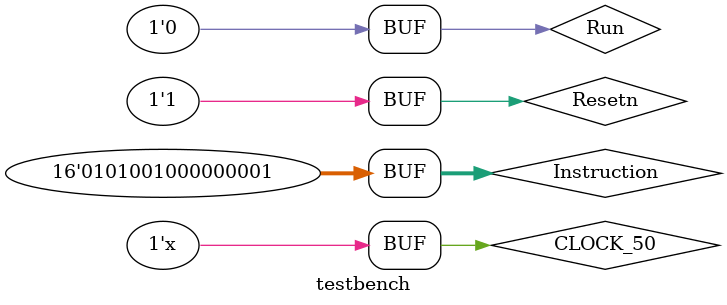
<source format=v>
`timescale 1ns / 1ps

module testbench ( );

	parameter CLOCK_PERIOD = 20;

	reg [15:0] Instruction;
	reg Run;
	wire Done;

	reg CLOCK_50;
	initial begin
		CLOCK_50 <= 1'b0;
	end // initial
	always @ (*)
	begin : Clock_Generator
		#((CLOCK_PERIOD) / 2) CLOCK_50 <= ~CLOCK_50;
	end
	
	reg Resetn;
	initial begin
		Resetn <= 1'b0;
		#20 Resetn <= 1'b1;
	end // initial

	initial begin
				Run	<= 1'b0;	Instruction	<= 16'b0000000000000000;	
		#20	Run	<= 1'b1; Instruction	<= 16'b0001000000011100; // mv  r0, #28	
		#20	Run	<= 1'b0; 
		#20	Run	<= 1'b1; Instruction	<= 16'b0011001011111111; // mvt r1, #0xFF00
		#20	Run	<= 1'b0;
		#20	Run	<= 1'b1; Instruction	<= 16'b0101001011111111; // add r1, #0xFF
		#20	Run	<= 1'b0;
		#60	Run	<= 1'b1; Instruction	<= 16'b0110001000000000; // sub r1, r0
		#20	Run	<= 1'b0;
		#60	Run	<= 1'b1; Instruction	<= 16'b0101001000000001; // add r1, #1
		#20	Run	<= 1'b0;
	end // initial

	proc U1 (Instruction, Resetn, CLOCK_50, Run, Done);

endmodule

</source>
